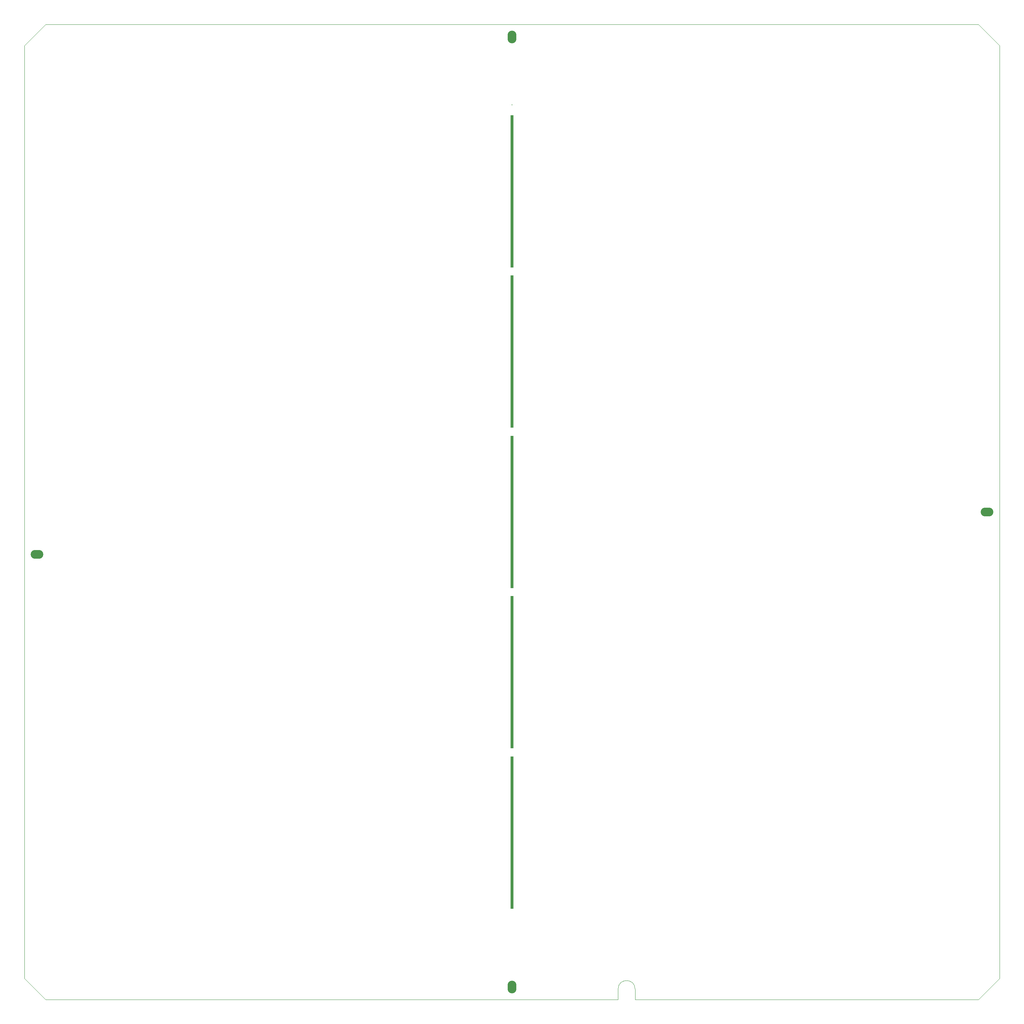
<source format=gbr>
G04 created by R. Pogge 2011 May 3 *
G04 MODS LS60x5x1.2 Mask *

%FSLAX33Y33*%
%MOMM*%
%SFA1.0B1.0*%

G04 Aperture Definition *
%ADD10C,0.0*%
%ADD11R,0.720X36.000*%
%ADD12C,0.180*%
%ADD501R,0.150X0.700*%
%ADD502R,0.700X0.150*%
%ADD521O,3.000X2.050*%
%ADD522O,2.050X3.000*%

%LNMASK*%
%LPD*%
G04 Slits *
G54D11*
X120000Y120000D03*
G54D11*
X120000Y157800D03*
G54D11*
X120000Y195600D03*
G54D11*
X120000Y82200D03*
G54D11*
X120000Y44400D03*
G54D12*
X120000Y216000D03*

G04 Centering Holes *
G54D521*
X232000Y120000D03*
X8000Y110000D03*
G54D522*
X120000Y232000D03*
X120000Y8000D03*
G54D10*

G04 Mask Countour *
G01X5000Y10000D02*
X10000Y5000D01*
X145000Y5000D01*
X145000Y7500D01*
G75*
G02X149000Y7500I2000J0D01*
G01X149000Y5000D01*
X230000Y5000D01*
X235000Y10000D01*
X235000Y230000D01*
X230000Y235000D01*
X10000Y235000D01*
X5000Y230000D01*
X5000Y10000D01*
M02*

</source>
